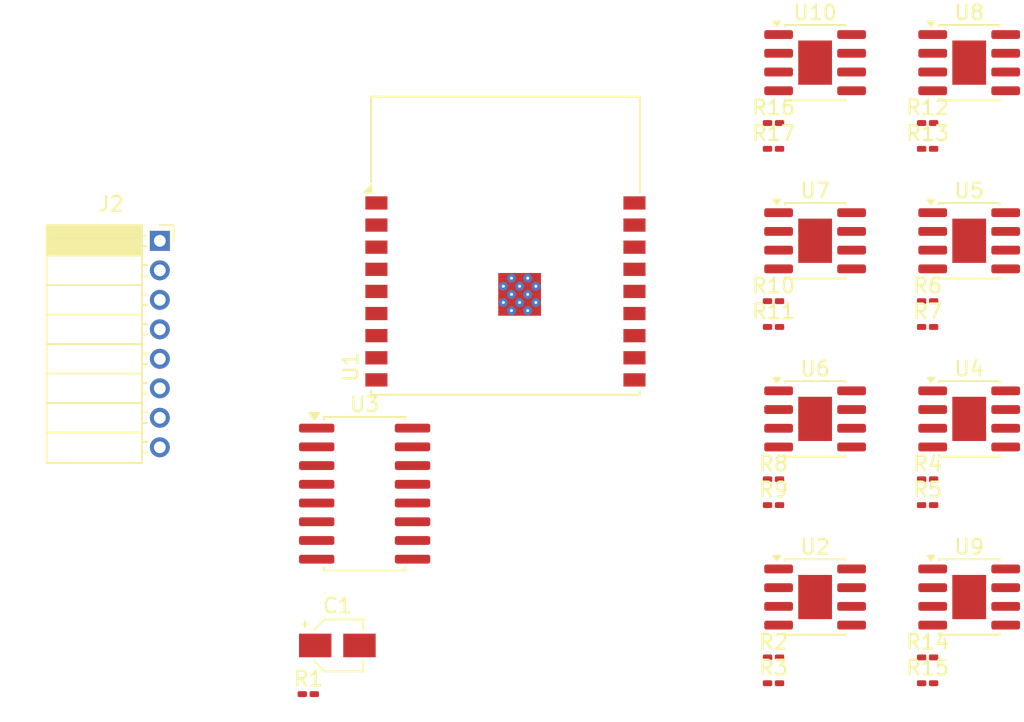
<source format=kicad_pcb>
(kicad_pcb (version 20241229) (generator "pcbnew") (generator_version "9.0")
  (layers (0 "F.Cu" signal) (2 "B.Cu" signal) (13 "F.Paste" user) (15 "B.Paste" user) (5 "F.SilkS" user "F.Silkscreen") (7 "B.SilkS" user "B.Silkscreen") (1 "F.Mask" user) (3 "B.Mask" user) (25 "Edge.Cuts" user))
  (net 0 "")
  (net 1 "GND")
  (net 2 "/Filter/Vout")
  (net 3 "/Filter/Vin")
  (net 4 "Net-(U2--)")
  (net 5 "/8xAmplifier/Vout2")
  (net 6 "Net-(U4--)")
  (net 7 "/8xAmplifier/Vout3")
  (net 8 "Net-(U5--)")
  (net 9 "/8xAmplifier/Vout4")
  (net 10 "Net-(U6--)")
  (net 11 "/8xAmplifier/Vout1")
  (net 12 "Net-(U7--)")
  (net 13 "/8xAmplifier/Vout6")
  (net 14 "Net-(U8--)")
  (net 15 "/8xAmplifier/Vout7")
  (net 16 "Net-(U9--)")
  (net 17 "/8xAmplifier/Vout8")
  (net 18 "Net-(U10--)")
  (net 19 "/8xAmplifier/Vout5")
  (net 25 "Net-(U1-IO0)")
  (net 26 "Net-(U1-IO1)")
  (net 29 "Net-(U1-IO2)")
  (net 32 "/8xAmplifier/V+")
  (net 36 "/8xAmplifier/Vin2")
  (net 39 "/8xAmplifier/Vin3")
  (net 40 "/8xAmplifier/Vin4")
  (net 41 "/8xAmplifier/Vin1")
  (net 42 "/8xAmplifier/Vin6")
  (net 43 "/8xAmplifier/Vin7")
  (net 44 "/8xAmplifier/Vin8")
  (net 45 "/8xAmplifier/Vin5")
  (footprint "Resistor_SMD:R_0201_0603Metric_Pad0.64x0.40mm_HandSolder" (layer "F.Cu") (at 175.5675 104.25)
    (property "Reference" "R14" (at 0 -1.05 0) (layer "F.SilkS"))
    (property "Value" "R")
    (pad "1" smd roundrect (at -0.4075 0) (size 0.635 0.4) (layers "F.Cu" "F.Mask") (net 1 "GND"))
    (pad "2" smd roundrect (at 0.4075 0) (size 0.635 0.4) (layers "F.Cu" "F.Mask") (net 16 "Net-(U9--)"))
  )
  (footprint "Resistor_SMD:R_0201_0603Metric_Pad0.64x0.40mm_HandSolder" (layer "F.Cu") (at 175.5675 69.76)
    (property "Reference" "R13" (at 0 -1.05 0) (layer "F.SilkS"))
    (property "Value" "R")
    (pad "1" smd roundrect (at -0.4075 0) (size 0.635 0.4) (layers "F.Cu" "F.Mask") (net 14 "Net-(U8--)"))
    (pad "2" smd roundrect (at 0.4075 0) (size 0.635 0.4) (layers "F.Cu" "F.Mask") (net 15 "/8xAmplifier/Vout7"))
  )
  (footprint "Package_SO:SOIC-8-1EP_3.9x4.9mm_P1.27mm_EP2.29x3mm" (layer "F.Cu") (at 167.9375 88.075)
    (property "Reference" "U6" (at 0 -3.4 0) (layer "F.SilkS"))
    (property "Value" "~")
    (fp_line (start -2.06 -2.56) (end 2.06 -2.56) (stroke (width 0.12)) (layer "F.SilkS"))
    (fp_line (start -2.06 -2.465) (end -2.06 -2.56) (stroke (width 0.12)) (layer "F.SilkS"))
    (fp_line (start -2.06 2.56) (end -2.06 2.465) (stroke (width 0.12)) (layer "F.SilkS"))
    (fp_line (start 2.06 -2.56) (end 2.06 -2.465) (stroke (width 0.12)) (layer "F.SilkS"))
    (fp_line (start 2.06 2.465) (end 2.06 2.56) (stroke (width 0.12)) (layer "F.SilkS"))
    (fp_line (start 2.06 2.56) (end -2.06 2.56) (stroke (width 0.12)) (layer "F.SilkS"))
    (fp_poly (pts (xy -2.6 -2.47) (xy -2.84 -2.8) (xy -2.36 -2.8)) (stroke (width 0.12)) (fill yes) (layer "F.SilkS"))
    (pad "1" smd roundrect (at -2.475 -1.905) (size 1.95 0.6) (layers "F.Cu" "F.Mask" "F.Paste") (net 41 "/8xAmplifier/Vin1"))
    (pad "2" smd roundrect (at -2.475 -0.635) (size 1.95 0.6) (layers "F.Cu" "F.Mask" "F.Paste") (net 10 "Net-(U6--)"))
    (pad "3" smd roundrect (at -2.475 0.635) (size 1.95 0.6) (layers "F.Cu" "F.Mask" "F.Paste") (net 32 "/8xAmplifier/V+"))
    (pad "4" smd roundrect (at -2.475 1.905) (size 1.95 0.6) (layers "F.Cu" "F.Mask" "F.Paste") (net 1 "GND"))
    (pad "5" smd roundrect (at 2.475 1.905) (size 1.95 0.6) (layers "F.Cu" "F.Mask" "F.Paste") (net 11 "/8xAmplifier/Vout1"))
    (pad "6" smd roundrect (at 2.475 0.635) (size 1.95 0.6) (layers "F.Cu" "F.Mask" "F.Paste"))
    (pad "7" smd roundrect (at 2.475 -0.635) (size 1.95 0.6) (layers "F.Cu" "F.Mask" "F.Paste"))
    (pad "8" smd roundrect (at 2.475 -1.905) (size 1.95 0.6) (layers "F.Cu" "F.Mask" "F.Paste"))
    (pad "9" smd rect (at 0 0) (size 2.29 3) (property pad_prop_heatsink) (layers "F.Cu" "F.Mask"))
  )
  (footprint "Resistor_SMD:R_0201_0603Metric_Pad0.64x0.40mm_HandSolder" (layer "F.Cu") (at 165.1175 104.25)
    (property "Reference" "R2" (at 0 -1.05 0) (layer "F.SilkS"))
    (property "Value" "R")
    (pad "1" smd roundrect (at -0.4075 0) (size 0.635 0.4) (layers "F.Cu" "F.Mask") (net 1 "GND"))
    (pad "2" smd roundrect (at 0.4075 0) (size 0.635 0.4) (layers "F.Cu" "F.Mask") (net 4 "Net-(U2--)"))
  )
  (footprint "Package_SO:SOIC-8-1EP_3.9x4.9mm_P1.27mm_EP2.29x3mm" (layer "F.Cu") (at 167.9375 100.155)
    (property "Reference" "U2" (at 0 -3.4 0) (layer "F.SilkS"))
    (property "Value" "~")
    (fp_line (start -2.06 -2.56) (end 2.06 -2.56) (stroke (width 0.12)) (layer "F.SilkS"))
    (fp_line (start -2.06 -2.465) (end -2.06 -2.56) (stroke (width 0.12)) (layer "F.SilkS"))
    (fp_line (start -2.06 2.56) (end -2.06 2.465) (stroke (width 0.12)) (layer "F.SilkS"))
    (fp_line (start 2.06 -2.56) (end 2.06 -2.465) (stroke (width 0.12)) (layer "F.SilkS"))
    (fp_line (start 2.06 2.465) (end 2.06 2.56) (stroke (width 0.12)) (layer "F.SilkS"))
    (fp_line (start 2.06 2.56) (end -2.06 2.56) (stroke (width 0.12)) (layer "F.SilkS"))
    (fp_poly (pts (xy -2.6 -2.47) (xy -2.84 -2.8) (xy -2.36 -2.8)) (stroke (width 0.12)) (fill yes) (layer "F.SilkS"))
    (pad "1" smd roundrect (at -2.475 -1.905) (size 1.95 0.6) (layers "F.Cu" "F.Mask" "F.Paste") (net 36 "/8xAmplifier/Vin2"))
    (pad "2" smd roundrect (at -2.475 -0.635) (size 1.95 0.6) (layers "F.Cu" "F.Mask" "F.Paste") (net 4 "Net-(U2--)"))
    (pad "3" smd roundrect (at -2.475 0.635) (size 1.95 0.6) (layers "F.Cu" "F.Mask" "F.Paste") (net 32 "/8xAmplifier/V+"))
    (pad "4" smd roundrect (at -2.475 1.905) (size 1.95 0.6) (layers "F.Cu" "F.Mask" "F.Paste") (net 1 "GND"))
    (pad "5" smd roundrect (at 2.475 1.905) (size 1.95 0.6) (layers "F.Cu" "F.Mask" "F.Paste") (net 5 "/8xAmplifier/Vout2"))
    (pad "6" smd roundrect (at 2.475 0.635) (size 1.95 0.6) (layers "F.Cu" "F.Mask" "F.Paste"))
    (pad "7" smd roundrect (at 2.475 -0.635) (size 1.95 0.6) (layers "F.Cu" "F.Mask" "F.Paste"))
    (pad "8" smd roundrect (at 2.475 -1.905) (size 1.95 0.6) (layers "F.Cu" "F.Mask" "F.Paste"))
    (pad "9" smd rect (at 0 0) (size 2.29 3) (property pad_prop_heatsink) (layers "F.Cu" "F.Mask"))
  )
  (footprint "Resistor_SMD:R_0201_0603Metric_Pad0.64x0.40mm_HandSolder" (layer "F.Cu") (at 165.1175 106)
    (property "Reference" "R3" (at 0 -1.05 0) (layer "F.SilkS"))
    (property "Value" "R")
    (pad "1" smd roundrect (at -0.4075 0) (size 0.635 0.4) (layers "F.Cu" "F.Mask") (net 4 "Net-(U2--)"))
    (pad "2" smd roundrect (at 0.4075 0) (size 0.635 0.4) (layers "F.Cu" "F.Mask") (net 5 "/8xAmplifier/Vout2"))
  )
  (footprint "Package_SO:SOIC-8-1EP_3.9x4.9mm_P1.27mm_EP2.29x3mm" (layer "F.Cu") (at 167.9375 75.995)
    (property "Reference" "U7" (at 0 -3.4 0) (layer "F.SilkS"))
    (property "Value" "~")
    (fp_line (start -2.06 -2.56) (end 2.06 -2.56) (stroke (width 0.12)) (layer "F.SilkS"))
    (fp_line (start -2.06 -2.465) (end -2.06 -2.56) (stroke (width 0.12)) (layer "F.SilkS"))
    (fp_line (start -2.06 2.56) (end -2.06 2.465) (stroke (width 0.12)) (layer "F.SilkS"))
    (fp_line (start 2.06 -2.56) (end 2.06 -2.465) (stroke (width 0.12)) (layer "F.SilkS"))
    (fp_line (start 2.06 2.465) (end 2.06 2.56) (stroke (width 0.12)) (layer "F.SilkS"))
    (fp_line (start 2.06 2.56) (end -2.06 2.56) (stroke (width 0.12)) (layer "F.SilkS"))
    (fp_poly (pts (xy -2.6 -2.47) (xy -2.84 -2.8) (xy -2.36 -2.8)) (stroke (width 0.12)) (fill yes) (layer "F.SilkS"))
    (pad "1" smd roundrect (at -2.475 -1.905) (size 1.95 0.6) (layers "F.Cu" "F.Mask" "F.Paste") (net 42 "/8xAmplifier/Vin6"))
    (pad "2" smd roundrect (at -2.475 -0.635) (size 1.95 0.6) (layers "F.Cu" "F.Mask" "F.Paste") (net 12 "Net-(U7--)"))
    (pad "3" smd roundrect (at -2.475 0.635) (size 1.95 0.6) (layers "F.Cu" "F.Mask" "F.Paste") (net 32 "/8xAmplifier/V+"))
    (pad "4" smd roundrect (at -2.475 1.905) (size 1.95 0.6) (layers "F.Cu" "F.Mask" "F.Paste") (net 1 "GND"))
    (pad "5" smd roundrect (at 2.475 1.905) (size 1.95 0.6) (layers "F.Cu" "F.Mask" "F.Paste") (net 13 "/8xAmplifier/Vout6"))
    (pad "6" smd roundrect (at 2.475 0.635) (size 1.95 0.6) (layers "F.Cu" "F.Mask" "F.Paste"))
    (pad "7" smd roundrect (at 2.475 -0.635) (size 1.95 0.6) (layers "F.Cu" "F.Mask" "F.Paste"))
    (pad "8" smd roundrect (at 2.475 -1.905) (size 1.95 0.6) (layers "F.Cu" "F.Mask" "F.Paste"))
    (pad "9" smd rect (at 0 0) (size 2.29 3) (property pad_prop_heatsink) (layers "F.Cu" "F.Mask"))
  )
  (footprint "Resistor_SMD:R_0201_0603Metric_Pad0.64x0.40mm_HandSolder" (layer "F.Cu") (at 165.1175 80.09)
    (property "Reference" "R10" (at 0 -1.05 0) (layer "F.SilkS"))
    (property "Value" "R")
    (pad "1" smd roundrect (at -0.4075 0) (size 0.635 0.4) (layers "F.Cu" "F.Mask") (net 1 "GND"))
    (pad "2" smd roundrect (at 0.4075 0) (size 0.635 0.4) (layers "F.Cu" "F.Mask") (net 12 "Net-(U7--)"))
  )
  (footprint "Resistor_SMD:R_0201_0603Metric_Pad0.64x0.40mm_HandSolder" (layer "F.Cu") (at 175.5675 106)
    (property "Reference" "R15" (at 0 -1.05 0) (layer "F.SilkS"))
    (property "Value" "R")
    (pad "1" smd roundrect (at -0.4075 0) (size 0.635 0.4) (layers "F.Cu" "F.Mask") (net 16 "Net-(U9--)"))
    (pad "2" smd roundrect (at 0.4075 0) (size 0.635 0.4) (layers "F.Cu" "F.Mask") (net 17 "/8xAmplifier/Vout8"))
  )
  (footprint "Connector_PinSocket_2.00mm:PinSocket_1x08_P2.00mm_Horizontal" (layer "F.Cu") (at 123.5 76)
    (property "Reference" "J2" (at -3.31 -2.5 0) (layer "F.SilkS"))
    (property "Value" "Conn_01x08_Socket")
    (fp_line (start -7.68 -1.06) (end -7.68 15.06) (stroke (width 0.12)) (layer "F.SilkS"))
    (fp_line (start -7.68 -1.06) (end -1.21 -1.06) (stroke (width 0.12)) (layer "F.SilkS"))
    (fp_line (start -7.68 -0.94) (end -1.21 -0.94) (stroke (width 0.12)) (layer "F.SilkS"))
    (fp_line (start -7.68 -0.825882) (end -1.21 -0.825882) (stroke (width 0.12)) (layer "F.SilkS"))
    (fp_line (start -7.68 -0.711764) (end -1.21 -0.711764) (stroke (width 0.12)) (layer "F.SilkS"))
    (fp_line (start -7.68 -0.597646) (end -1.21 -0.597646) (stroke (width 0.12)) (layer "F.SilkS"))
    (fp_line (start -7.68 -0.483528) (end -1.21 -0.483528) (stroke (width 0.12)) (layer "F.SilkS"))
    (fp_line (start -7.68 -0.36941) (end -1.21 -0.36941) (stroke (width 0.12)) (layer "F.SilkS"))
    (fp_line (start -7.68 -0.255292) (end -1.21 -0.255292) (stroke (width 0.12)) (layer "F.SilkS"))
    (fp_line (start -7.68 -0.141174) (end -1.21 -0.141174) (stroke (width 0.12)) (layer "F.SilkS"))
    (fp_line (start -7.68 -0.027056) (end -1.21 -0.027056) (stroke (width 0.12)) (layer "F.SilkS"))
    (fp_line (start -7.68 0.087062) (end -1.21 0.087062) (stroke (width 0.12)) (layer "F.SilkS"))
    (fp_line (start -7.68 0.20118) (end -1.21 0.20118) (stroke (width 0.12)) (layer "F.SilkS"))
    (fp_line (start -7.68 0.315298) (end -1.21 0.315298) (stroke (width 0.12)) (layer "F.SilkS"))
    (fp_line (start -7.68 0.429416) (end -1.21 0.429416) (stroke (width 0.12)) (layer "F.SilkS"))
    (fp_line (start -7.68 0.543534) (end -1.21 0.543534) (stroke (width 0.12)) (layer "F.SilkS"))
    (fp_line (start -7.68 0.657652) (end -1.21 0.657652) (stroke (width 0.12)) (layer "F.SilkS"))
    (fp_line (start -7.68 0.77177) (end -1.21 0.77177) (stroke (width 0.12)) (layer "F.SilkS"))
    (fp_line (start -7.68 0.885888) (end -1.21 0.885888) (stroke (width 0.12)) (layer "F.SilkS"))
    (fp_line (start -7.68 1) (end -1.21 1) (stroke (width 0.12)) (layer "F.SilkS"))
    (fp_line (start -7.68 3) (end -1.21 3) (stroke (width 0.12)) (layer "F.SilkS"))
    (fp_line (start -7.68 5) (end -1.21 5) (stroke (width 0.12)) (layer "F.SilkS"))
    (fp_line (start -7.68 7) (end -1.21 7) (stroke (width 0.12)) (layer "F.SilkS"))
    (fp_line (start -7.68 9) (end -1.21 9) (stroke (width 0.12)) (layer "F.SilkS"))
    (fp_line (start -7.68 11) (end -1.21 11) (stroke (width 0.12)) (layer "F.SilkS"))
    (fp_line (start -7.68 13) (end -1.21 13) (stroke (width 0.12)) (layer "F.SilkS"))
    (fp_line (start -7.68 15.06) (end -1.21 15.06) (stroke (width 0.12)) (layer "F.SilkS"))
    (fp_line (start -1.21 -1.06) (end -1.21 15.06) (stroke (width 0.12)) (layer "F.SilkS"))
    (fp_line (start -1.21 -0.36) (end -0.935 -0.36) (stroke (width 0.12)) (layer "F.SilkS"))
    (fp_line (start -1.21 0.36) (end -0.935 0.36) (stroke (width 0.12)) (layer "F.SilkS"))
    (fp_line (start -1.21 1.64) (end -0.862917 1.64) (stroke (width 0.12)) (layer "F.SilkS"))
    (fp_line (start -1.21 2.36) (end -0.862917 2.36) (stroke (width 0.12)) (layer "F.SilkS"))
    (fp_line (start -1.21 3.64) (end -0.862917 3.64) (stroke (width 0.12)) (layer "F.SilkS"))
    (fp_line (start -1.21 4.36) (end -0.862917 4.36) (stroke (width 0.12)) (layer "F.SilkS"))
    (fp_line (start -1.21 5.64) (end -0.862917 5.64) (stroke (width 0.12)) (layer "F.SilkS"))
    (fp_line (start -1.21 6.36) (end -0.862917 6.36) (stroke (width 0.12)) (layer "F.SilkS"))
    (fp_line (start -1.21 7.64) (end -0.862917 7.64) (stroke (width 0.12)) (layer "F.SilkS"))
    (fp_line (start -1.21 8.36) (end -0.862917 8.36) (stroke (width 0.12)) (layer "F.SilkS"))
    (fp_line (start -1.21 9.64) (end -0.862917 9.64) (stroke (width 0.12)) (layer "F.SilkS"))
    (fp_line (start -1.21 10.36) (end -0.862917 10.36) (stroke (width 0.12)) (layer "F.SilkS"))
    (fp_line (start -1.21 11.64) (end -0.862917 11.64) (stroke (width 0.12)) (layer "F.SilkS"))
    (fp_line (start -1.21 12.36) (end -0.862917 12.36) (stroke (width 0.12)) (layer "F.SilkS"))
    (fp_line (start -1.21 13.64) (end -0.862917 13.64) (stroke (width 0.12)) (layer "F.SilkS"))
    (fp_line (start -1.21 14.36) (end -0.862917 14.36) (stroke (width 0.12)) (layer "F.SilkS"))
    (fp_line (start 0 -1.06) (end 0.935 -1.06) (stroke (width 0.12)) (layer "F.SilkS"))
    (fp_line (start 0.935 -1.06) (end 0.935 0) (stroke (width 0.12)) (layer "F.SilkS"))
    (pad "1" thru_hole rect (at 0 0) (size 1.35 1.35) (drill 0.8) (layers "*.Cu" "*.Mask") (net 41 "/8xAmplifier/Vin1"))
    (pad "2" thru_hole circle (at 0 2) (size 1.35 1.35) (drill 0.8) (layers "*.Cu" "*.Mask") (net 36 "/8xAmplifier/Vin2"))
    (pad "3" thru_hole circle (at 0 4) (size 1.35 1.35) (drill 0.8) (layers "*.Cu" "*.Mask") (net 39 "/8xAmplifier/Vin3"))
    (pad "4" thru_hole circle (at 0 6) (size 1.35 1.35) (drill 0.8) (layers "*.Cu" "*.Mask") (net 40 "/8xAmplifier/Vin4"))
    (pad "5" thru_hole circle (at 0 8) (size 1.35 1.35) (drill 0.8) (layers "*.Cu" "*.Mask") (net 45 "/8xAmplifier/Vin5"))
    (pad "6" thru_hole circle (at 0 10) (size 1.35 1.35) (drill 0.8) (layers "*.Cu" "*.Mask") (net 42 "/8xAmplifier/Vin6"))
    (pad "7" thru_hole circle (at 0 12) (size 1.35 1.35) (drill 0.8) (layers "*.Cu" "*.Mask") (net 43 "/8xAmplifier/Vin7"))
    (pad "8" thru_hole circle (at 0 14) (size 1.35 1.35) (drill 0.8) (layers "*.Cu" "*.Mask") (net 44 "/8xAmplifier/Vin8"))
  )
  (footprint "Resistor_SMD:R_0201_0603Metric_Pad0.64x0.40mm_HandSolder" (layer "F.Cu") (at 175.5675 93.92)
    (property "Reference" "R5" (at 0 -1.05 0) (layer "F.SilkS"))
    (property "Value" "R")
    (pad "1" smd roundrect (at -0.4075 0) (size 0.635 0.4) (layers "F.Cu" "F.Mask") (net 6 "Net-(U4--)"))
    (pad "2" smd roundrect (at 0.4075 0) (size 0.635 0.4) (layers "F.Cu" "F.Mask") (net 7 "/8xAmplifier/Vout3"))
  )
  (footprint "Resistor_SMD:R_0201_0603Metric_Pad0.64x0.40mm_HandSolder" (layer "F.Cu") (at 165.1175 69.76)
    (property "Reference" "R17" (at 0 -1.05 0) (layer "F.SilkS"))
    (property "Value" "R")
    (pad "1" smd roundrect (at -0.4075 0) (size 0.635 0.4) (layers "F.Cu" "F.Mask") (net 18 "Net-(U10--)"))
    (pad "2" smd roundrect (at 0.4075 0) (size 0.635 0.4) (layers "F.Cu" "F.Mask") (net 19 "/8xAmplifier/Vout5"))
  )
  (footprint "Resistor_SMD:R_0201_0603Metric_Pad0.64x0.40mm_HandSolder" (layer "F.Cu") (at 165.1175 68.01)
    (property "Reference" "R16" (at 0 -1.05 0) (layer "F.SilkS"))
    (property "Value" "R")
    (pad "1" smd roundrect (at -0.4075 0) (size 0.635 0.4) (layers "F.Cu" "F.Mask") (net 1 "GND"))
    (pad "2" smd roundrect (at 0.4075 0) (size 0.635 0.4) (layers "F.Cu" "F.Mask") (net 18 "Net-(U10--)"))
  )
  (footprint "Resistor_SMD:R_0201_0603Metric_Pad0.64x0.40mm_HandSolder" (layer "F.Cu") (at 165.1175 92.17)
    (property "Reference" "R8" (at 0 -1.05 0) (layer "F.SilkS"))
    (property "Value" "R")
    (pad "1" smd roundrect (at -0.4075 0) (size 0.635 0.4) (layers "F.Cu" "F.Mask") (net 1 "GND"))
    (pad "2" smd roundrect (at 0.4075 0) (size 0.635 0.4) (layers "F.Cu" "F.Mask") (net 10 "Net-(U6--)"))
  )
  (footprint "Package_SO:SOIC-16W_5.3x10.2mm_P1.27mm" (layer "F.Cu") (at 137.3875 93.145)
    (property "Reference" "U3" (at 0 -6.05 0) (layer "F.SilkS"))
    (property "Value" "74LS151")
    (fp_line (start -2.76 -5.21) (end 2.76 -5.21) (stroke (width 0.12)) (layer "F.SilkS"))
    (fp_line (start -2.76 -5.005) (end -2.76 -5.21) (stroke (width 0.12)) (layer "F.SilkS"))
    (fp_line (start -2.76 5.21) (end -2.76 5.005) (stroke (width 0.12)) (layer "F.SilkS"))
    (fp_line (start 2.76 -5.21) (end 2.76 -5.005) (stroke (width 0.12)) (layer "F.SilkS"))
    (fp_line (start 2.76 5.005) (end 2.76 5.21) (stroke (width 0.12)) (layer "F.SilkS"))
    (fp_line (start 2.76 5.21) (end -2.76 5.21) (stroke (width 0.12)) (layer "F.SilkS"))
    (fp_poly (pts (xy -3.4 -5.01) (xy -3.74 -5.48) (xy -3.06 -5.48)) (stroke (width 0.12)) (fill yes) (layer "F.SilkS"))
    (pad "1" smd roundrect (at -3.25 -4.445) (size 2.4 0.6) (layers "F.Cu" "F.Mask" "F.Paste") (net 9 "/8xAmplifier/Vout4"))
    (pad "2" smd roundrect (at -3.25 -3.175) (size 2.4 0.6) (layers "F.Cu" "F.Mask" "F.Paste") (net 7 "/8xAmplifier/Vout3"))
    (pad "3" smd roundrect (at -3.25 -1.905) (size 2.4 0.6) (layers "F.Cu" "F.Mask" "F.Paste") (net 5 "/8xAmplifier/Vout2"))
    (pad "4" smd roundrect (at -3.25 -0.635) (size 2.4 0.6) (layers "F.Cu" "F.Mask" "F.Paste") (net 11 "/8xAmplifier/Vout1"))
    (pad "5" smd roundrect (at -3.25 0.635) (size 2.4 0.6) (layers "F.Cu" "F.Mask" "F.Paste") (net 3 "/Filter/Vin"))
    (pad "6" smd roundrect (at -3.25 1.905) (size 2.4 0.6) (layers "F.Cu" "F.Mask" "F.Paste"))
    (pad "7" smd roundrect (at -3.25 3.175) (size 2.4 0.6) (layers "F.Cu" "F.Mask" "F.Paste"))
    (pad "8" smd roundrect (at -3.25 4.445) (size 2.4 0.6) (layers "F.Cu" "F.Mask" "F.Paste") (net 1 "GND"))
    (pad "9" smd roundrect (at 3.25 4.445) (size 2.4 0.6) (layers "F.Cu" "F.Mask" "F.Paste") (net 29 "Net-(U1-IO2)"))
    (pad "10" smd roundrect (at 3.25 3.175) (size 2.4 0.6) (layers "F.Cu" "F.Mask" "F.Paste") (net 26 "Net-(U1-IO1)"))
    (pad "11" smd roundrect (at 3.25 1.905) (size 2.4 0.6) (layers "F.Cu" "F.Mask" "F.Paste") (net 25 "Net-(U1-IO0)"))
    (pad "12" smd roundrect (at 3.25 0.635) (size 2.4 0.6) (layers "F.Cu" "F.Mask" "F.Paste") (net 17 "/8xAmplifier/Vout8"))
    (pad "13" smd roundrect (at 3.25 -0.635) (size 2.4 0.6) (layers "F.Cu" "F.Mask" "F.Paste") (net 15 "/8xAmplifier/Vout7"))
    (pad "14" smd roundrect (at 3.25 -1.905) (size 2.4 0.6) (layers "F.Cu" "F.Mask" "F.Paste") (net 13 "/8xAmplifier/Vout6"))
    (pad "15" smd roundrect (at 3.25 -3.175) (size 2.4 0.6) (layers "F.Cu" "F.Mask" "F.Paste") (net 19 "/8xAmplifier/Vout5"))
    (pad "16" smd roundrect (at 3.25 -4.445) (size 2.4 0.6) (layers "F.Cu" "F.Mask" "F.Paste") (net 32 "/8xAmplifier/V+"))
  )
  (footprint "Package_SO:SOIC-8-1EP_3.9x4.9mm_P1.27mm_EP2.29x3mm" (layer "F.Cu") (at 178.3875 88.075)
    (property "Reference" "U4" (at 0 -3.4 0) (layer "F.SilkS"))
    (property "Value" "~")
    (fp_line (start -2.06 -2.56) (end 2.06 -2.56) (stroke (width 0.12)) (layer "F.SilkS"))
    (fp_line (start -2.06 -2.465) (end -2.06 -2.56) (stroke (width 0.12)) (layer "F.SilkS"))
    (fp_line (start -2.06 2.56) (end -2.06 2.465) (stroke (width 0.12)) (layer "F.SilkS"))
    (fp_line (start 2.06 -2.56) (end 2.06 -2.465) (stroke (width 0.12)) (layer "F.SilkS"))
    (fp_line (start 2.06 2.465) (end 2.06 2.56) (stroke (width 0.12)) (layer "F.SilkS"))
    (fp_line (start 2.06 2.56) (end -2.06 2.56) (stroke (width 0.12)) (layer "F.SilkS"))
    (fp_poly (pts (xy -2.6 -2.47) (xy -2.84 -2.8) (xy -2.36 -2.8)) (stroke (width 0.12)) (fill yes) (layer "F.SilkS"))
    (pad "1" smd roundrect (at -2.475 -1.905) (size 1.95 0.6) (layers "F.Cu" "F.Mask" "F.Paste") (net 39 "/8xAmplifier/Vin3"))
    (pad "2" smd roundrect (at -2.475 -0.635) (size 1.95 0.6) (layers "F.Cu" "F.Mask" "F.Paste") (net 6 "Net-(U4--)"))
    (pad "3" smd roundrect (at -2.475 0.635) (size 1.95 0.6) (layers "F.Cu" "F.Mask" "F.Paste") (net 32 "/8xAmplifier/V+"))
    (pad "4" smd roundrect (at -2.475 1.905) (size 1.95 0.6) (layers "F.Cu" "F.Mask" "F.Paste") (net 1 "GND"))
    (pad "5" smd roundrect (at 2.475 1.905) (size 1.95 0.6) (layers "F.Cu" "F.Mask" "F.Paste") (net 7 "/8xAmplifier/Vout3"))
    (pad "6" smd roundrect (at 2.475 0.635) (size 1.95 0.6) (layers "F.Cu" "F.Mask" "F.Paste"))
    (pad "7" smd roundrect (at 2.475 -0.635) (size 1.95 0.6) (layers "F.Cu" "F.Mask" "F.Paste"))
    (pad "8" smd roundrect (at 2.475 -1.905) (size 1.95 0.6) (layers "F.Cu" "F.Mask" "F.Paste"))
    (pad "9" smd rect (at 0 0) (size 2.29 3) (property pad_prop_heatsink) (layers "F.Cu" "F.Mask"))
  )
  (footprint "Package_SO:SOIC-8-1EP_3.9x4.9mm_P1.27mm_EP2.29x3mm" (layer "F.Cu") (at 167.9375 63.915)
    (property "Reference" "U10" (at 0 -3.4 0) (layer "F.SilkS"))
    (property "Value" "~")
    (fp_line (start -2.06 -2.56) (end 2.06 -2.56) (stroke (width 0.12)) (layer "F.SilkS"))
    (fp_line (start -2.06 -2.465) (end -2.06 -2.56) (stroke (width 0.12)) (layer "F.SilkS"))
    (fp_line (start -2.06 2.56) (end -2.06 2.465) (stroke (width 0.12)) (layer "F.SilkS"))
    (fp_line (start 2.06 -2.56) (end 2.06 -2.465) (stroke (width 0.12)) (layer "F.SilkS"))
    (fp_line (start 2.06 2.465) (end 2.06 2.56) (stroke (width 0.12)) (layer "F.SilkS"))
    (fp_line (start 2.06 2.56) (end -2.06 2.56) (stroke (width 0.12)) (layer "F.SilkS"))
    (fp_poly (pts (xy -2.6 -2.47) (xy -2.84 -2.8) (xy -2.36 -2.8)) (stroke (width 0.12)) (fill yes) (layer "F.SilkS"))
    (pad "1" smd roundrect (at -2.475 -1.905) (size 1.95 0.6) (layers "F.Cu" "F.Mask" "F.Paste") (net 45 "/8xAmplifier/Vin5"))
    (pad "2" smd roundrect (at -2.475 -0.635) (size 1.95 0.6) (layers "F.Cu" "F.Mask" "F.Paste") (net 18 "Net-(U10--)"))
    (pad "3" smd roundrect (at -2.475 0.635) (size 1.95 0.6) (layers "F.Cu" "F.Mask" "F.Paste") (net 32 "/8xAmplifier/V+"))
    (pad "4" smd roundrect (at -2.475 1.905) (size 1.95 0.6) (layers "F.Cu" "F.Mask" "F.Paste") (net 1 "GND"))
    (pad "5" smd roundrect (at 2.475 1.905) (size 1.95 0.6) (layers "F.Cu" "F.Mask" "F.Paste") (net 19 "/8xAmplifier/Vout5"))
    (pad "6" smd roundrect (at 2.475 0.635) (size 1.95 0.6) (layers "F.Cu" "F.Mask" "F.Paste"))
    (pad "7" smd roundrect (at 2.475 -0.635) (size 1.95 0.6) (layers "F.Cu" "F.Mask" "F.Paste"))
    (pad "8" smd roundrect (at 2.475 -1.905) (size 1.95 0.6) (layers "F.Cu" "F.Mask" "F.Paste"))
    (pad "9" smd rect (at 0 0) (size 2.29 3) (property pad_prop_heatsink) (layers "F.Cu" "F.Mask"))
  )
  (footprint "Resistor_SMD:R_0201_0603Metric_Pad0.64x0.40mm_HandSolder" (layer "F.Cu") (at 175.5675 68.01)
    (property "Reference" "R12" (at 0 -1.05 0) (layer "F.SilkS"))
    (property "Value" "R")
    (pad "1" smd roundrect (at -0.4075 0) (size 0.635 0.4) (layers "F.Cu" "F.Mask") (net 1 "GND"))
    (pad "2" smd roundrect (at 0.4075 0) (size 0.635 0.4) (layers "F.Cu" "F.Mask") (net 14 "Net-(U8--)"))
  )
  (footprint "Package_SO:SOIC-8-1EP_3.9x4.9mm_P1.27mm_EP2.29x3mm" (layer "F.Cu") (at 178.3875 63.915)
    (property "Reference" "U8" (at 0 -3.4 0) (layer "F.SilkS"))
    (property "Value" "~")
    (fp_line (start -2.06 -2.56) (end 2.06 -2.56) (stroke (width 0.12)) (layer "F.SilkS"))
    (fp_line (start -2.06 -2.465) (end -2.06 -2.56) (stroke (width 0.12)) (layer "F.SilkS"))
    (fp_line (start -2.06 2.56) (end -2.06 2.465) (stroke (width 0.12)) (layer "F.SilkS"))
    (fp_line (start 2.06 -2.56) (end 2.06 -2.465) (stroke (width 0.12)) (layer "F.SilkS"))
    (fp_line (start 2.06 2.465) (end 2.06 2.56) (stroke (width 0.12)) (layer "F.SilkS"))
    (fp_line (start 2.06 2.56) (end -2.06 2.56) (stroke (width 0.12)) (layer "F.SilkS"))
    (fp_poly (pts (xy -2.6 -2.47) (xy -2.84 -2.8) (xy -2.36 -2.8)) (stroke (width 0.12)) (fill yes) (layer "F.SilkS"))
    (pad "1" smd roundrect (at -2.475 -1.905) (size 1.95 0.6) (layers "F.Cu" "F.Mask" "F.Paste") (net 43 "/8xAmplifier/Vin7"))
    (pad "2" smd roundrect (at -2.475 -0.635) (size 1.95 0.6) (layers "F.Cu" "F.Mask" "F.Paste") (net 14 "Net-(U8--)"))
    (pad "3" smd roundrect (at -2.475 0.635) (size 1.95 0.6) (layers "F.Cu" "F.Mask" "F.Paste") (net 32 "/8xAmplifier/V+"))
    (pad "4" smd roundrect (at -2.475 1.905) (size 1.95 0.6) (layers "F.Cu" "F.Mask" "F.Paste") (net 1 "GND"))
    (pad "5" smd roundrect (at 2.475 1.905) (size 1.95 0.6) (layers "F.Cu" "F.Mask" "F.Paste") (net 15 "/8xAmplifier/Vout7"))
    (pad "6" smd roundrect (at 2.475 0.635) (size 1.95 0.6) (layers "F.Cu" "F.Mask" "F.Paste"))
    (pad "7" smd roundrect (at 2.475 -0.635) (size 1.95 0.6) (layers "F.Cu" "F.Mask" "F.Paste"))
    (pad "8" smd roundrect (at 2.475 -1.905) (size 1.95 0.6) (layers "F.Cu" "F.Mask" "F.Paste"))
    (pad "9" smd rect (at 0 0) (size 2.29 3) (property pad_prop_heatsink) (layers "F.Cu" "F.Mask"))
  )
  (footprint "Resistor_SMD:R_0201_0603Metric_Pad0.64x0.40mm_HandSolder" (layer "F.Cu") (at 133.5675 106.74)
    (property "Reference" "R1" (at 0 -1.05 0) (layer "F.SilkS"))
    (property "Value" "R")
    (pad "1" smd roundrect (at -0.4075 0) (size 0.635 0.4) (layers "F.Cu" "F.Mask") (net 3 "/Filter/Vin"))
    (pad "2" smd roundrect (at 0.4075 0) (size 0.635 0.4) (layers "F.Cu" "F.Mask") (net 2 "/Filter/Vout"))
  )
  (footprint "Resistor_SMD:R_0201_0603Metric_Pad0.64x0.40mm_HandSolder" (layer "F.Cu") (at 165.1175 81.84)
    (property "Reference" "R11" (at 0 -1.05 0) (layer "F.SilkS"))
    (property "Value" "R")
    (pad "1" smd roundrect (at -0.4075 0) (size 0.635 0.4) (layers "F.Cu" "F.Mask") (net 12 "Net-(U7--)"))
    (pad "2" smd roundrect (at 0.4075 0) (size 0.635 0.4) (layers "F.Cu" "F.Mask") (net 13 "/8xAmplifier/Vout6"))
  )
  (footprint "Resistor_SMD:R_0201_0603Metric_Pad0.64x0.40mm_HandSolder" (layer "F.Cu") (at 165.1175 93.92)
    (property "Reference" "R9" (at 0 -1.05 0) (layer "F.SilkS"))
    (property "Value" "R")
    (pad "1" smd roundrect (at -0.4075 0) (size 0.635 0.4) (layers "F.Cu" "F.Mask") (net 10 "Net-(U6--)"))
    (pad "2" smd roundrect (at 0.4075 0) (size 0.635 0.4) (layers "F.Cu" "F.Mask") (net 11 "/8xAmplifier/Vout1"))
  )
  (footprint "Resistor_SMD:R_0201_0603Metric_Pad0.64x0.40mm_HandSolder" (layer "F.Cu") (at 175.5675 81.84)
    (property "Reference" "R7" (at 0 -1.05 0) (layer "F.SilkS"))
    (property "Value" "R")
    (pad "1" smd roundrect (at -0.4075 0) (size 0.635 0.4) (layers "F.Cu" "F.Mask") (net 8 "Net-(U5--)"))
    (pad "2" smd roundrect (at 0.4075 0) (size 0.635 0.4) (layers "F.Cu" "F.Mask") (net 9 "/8xAmplifier/Vout4"))
  )
  (footprint "Package_SO:SOIC-8-1EP_3.9x4.9mm_P1.27mm_EP2.29x3mm" (layer "F.Cu") (at 178.3875 100.155)
    (property "Reference" "U9" (at 0 -3.4 0) (layer "F.SilkS"))
    (property "Value" "~")
    (fp_line (start -2.06 -2.56) (end 2.06 -2.56) (stroke (width 0.12)) (layer "F.SilkS"))
    (fp_line (start -2.06 -2.465) (end -2.06 -2.56) (stroke (width 0.12)) (layer "F.SilkS"))
    (fp_line (start -2.06 2.56) (end -2.06 2.465) (stroke (width 0.12)) (layer "F.SilkS"))
    (fp_line (start 2.06 -2.56) (end 2.06 -2.465) (stroke (width 0.12)) (layer "F.SilkS"))
    (fp_line (start 2.06 2.465) (end 2.06 2.56) (stroke (width 0.12)) (layer "F.SilkS"))
    (fp_line (start 2.06 2.56) (end -2.06 2.56) (stroke (width 0.12)) (layer "F.SilkS"))
    (fp_poly (pts (xy -2.6 -2.47) (xy -2.84 -2.8) (xy -2.36 -2.8)) (stroke (width 0.12)) (fill yes) (layer "F.SilkS"))
    (pad "1" smd roundrect (at -2.475 -1.905) (size 1.95 0.6) (layers "F.Cu" "F.Mask" "F.Paste") (net 44 "/8xAmplifier/Vin8"))
    (pad "2" smd roundrect (at -2.475 -0.635) (size 1.95 0.6) (layers "F.Cu" "F.Mask" "F.Paste") (net 16 "Net-(U9--)"))
    (pad "3" smd roundrect (at -2.475 0.635) (size 1.95 0.6) (layers "F.Cu" "F.Mask" "F.Paste") (net 32 "/8xAmplifier/V+"))
    (pad "4" smd roundrect (at -2.475 1.905) (size 1.95 0.6) (layers "F.Cu" "F.Mask" "F.Paste") (net 1 "GND"))
    (pad "5" smd roundrect (at 2.475 1.905) (size 1.95 0.6) (layers "F.Cu" "F.Mask" "F.Paste") (net 17 "/8xAmplifier/Vout8"))
    (pad "6" smd roundrect (at 2.475 0.635) (size 1.95 0.6) (layers "F.Cu" "F.Mask" "F.Paste"))
    (pad "7" smd roundrect (at 2.475 -0.635) (size 1.95 0.6) (layers "F.Cu" "F.Mask" "F.Paste"))
    (pad "8" smd roundrect (at 2.475 -1.905) (size 1.95 0.6) (layers "F.Cu" "F.Mask" "F.Paste"))
    (pad "9" smd rect (at 0 0) (size 2.29 3) (property pad_prop_heatsink) (layers "F.Cu" "F.Mask"))
  )
  (footprint "RF_Module:ESP32-C3-WROOM-02" (layer "F.Cu") (at 146.9375 79.43)
    (property "Reference" "U1" (at -10.5 5.13 90) (layer "F.SilkS"))
    (property "Value" "ESP32-C3-WROOM-02")
    (fp_line (start -9.11 -13.21) (end -9.11 -7.4) (stroke (width 0.12)) (layer "F.SilkS"))
    (fp_line (start -9.11 -13.21) (end 9.11 -13.21) (stroke (width 0.12)) (layer "F.SilkS"))
    (fp_line (start -9.11 6.71) (end -9.11 7.01) (stroke (width 0.12)) (layer "F.SilkS"))
    (fp_line (start -9.11 7.01) (end 9.11 7.01) (stroke (width 0.12)) (layer "F.SilkS"))
    (fp_line (start 9.11 -13.21) (end 9.11 -6.71) (stroke (width 0.12)) (layer "F.SilkS"))
    (fp_line (start 9.11 6.71) (end 9.11 7.01) (stroke (width 0.12)) (layer "F.SilkS"))
    (fp_poly (pts (xy -9.1 -6.7) (xy -9.6 -6.7) (xy -9.1 -7.2) (xy -9.1 -6.7)) (stroke (width 0.12)) (fill yes) (layer "F.SilkS"))
    (pad "1" smd rect (at -8.75 -6) (size 1.5 0.9) (layers "F.Cu" "F.Mask" "F.Paste") (net 32 "/8xAmplifier/V+"))
    (pad "2" smd rect (at -8.75 -4.5) (size 1.5 0.9) (layers "F.Cu" "F.Mask" "F.Paste"))
    (pad "3" smd rect (at -8.75 -3) (size 1.5 0.9) (layers "F.Cu" "F.Mask" "F.Paste"))
    (pad "4" smd rect (at -8.75 -1.5) (size 1.5 0.9) (layers "F.Cu" "F.Mask" "F.Paste"))
    (pad "5" smd rect (at -8.75 0) (size 1.5 0.9) (layers "F.Cu" "F.Mask" "F.Paste"))
    (pad "6" smd rect (at -8.75 1.5) (size 1.5 0.9) (layers "F.Cu" "F.Mask" "F.Paste"))
    (pad "7" smd rect (at -8.75 3) (size 1.5 0.9) (layers "F.Cu" "F.Mask" "F.Paste"))
    (pad "8" smd rect (at -8.75 4.5) (size 1.5 0.9) (layers "F.Cu" "F.Mask" "F.Paste"))
    (pad "9" smd rect (at -8.75 6) (size 1.5 0.9) (layers "F.Cu" "F.Mask" "F.Paste") (net 1 "GND"))
    (pad "10" smd rect (at 8.75 6) (size 1.5 0.9) (layers "F.Cu" "F.Mask" "F.Paste"))
    (pad "11" smd rect (at 8.75 4.5) (size 1.5 0.9) (layers "F.Cu" "F.Mask" "F.Paste"))
    (pad "12" smd rect (at 8.75 3) (size 1.5 0.9) (layers "F.Cu" "F.Mask" "F.Paste"))
    (pad "13" smd rect (at 8.75 1.5) (size 1.5 0.9) (layers "F.Cu" "F.Mask" "F.Paste"))
    (pad "14" smd rect (at 8.75 0) (size 1.5 0.9) (layers "F.Cu" "F.Mask" "F.Paste"))
    (pad "15" smd rect (at 8.75 -1.5) (size 1.5 0.9) (layers "F.Cu" "F.Mask" "F.Paste") (net 2 "/Filter/Vout"))
    (pad "16" smd rect (at 8.75 -3) (size 1.5 0.9) (layers "F.Cu" "F.Mask" "F.Paste") (net 29 "Net-(U1-IO2)"))
    (pad "17" smd rect (at 8.75 -4.5) (size 1.5 0.9) (layers "F.Cu" "F.Mask" "F.Paste") (net 26 "Net-(U1-IO1)"))
    (pad "18" smd rect (at 8.75 -6) (size 1.5 0.9) (layers "F.Cu" "F.Mask" "F.Paste") (net 25 "Net-(U1-IO0)"))
    (pad "19" thru_hole circle (at -0.14 -0.35) (size 0.6 0.6) (drill 0.2) (property pad_prop_heatsink) (layers "*.Cu" "F.Mask") (net 1 "GND"))
    (pad "19" thru_hole circle (at -0.14 0.75) (size 0.6 0.6) (drill 0.2) (property pad_prop_heatsink) (layers "*.Cu" "F.Mask") (net 1 "GND"))
    (pad "19" thru_hole circle (at 0.41 -0.9) (size 0.6 0.6) (drill 0.2) (property pad_prop_heatsink) (layers "*.Cu" "F.Mask") (net 1 "GND"))
    (pad "19" thru_hole circle (at 0.41 0.2) (size 0.6 0.6) (drill 0.2) (property pad_prop_heatsink) (layers "*.Cu" "F.Mask") (net 1 "GND"))
    (pad "19" thru_hole circle (at 0.41 1.3) (size 0.6 0.6) (drill 0.2) (property pad_prop_heatsink) (layers "*.Cu" "F.Mask") (net 1 "GND"))
    (pad "19" thru_hole circle (at 0.96 -0.35) (size 0.6 0.6) (drill 0.2) (property pad_prop_heatsink) (layers "*.Cu" "F.Mask") (net 1 "GND"))
    (pad "19" smd rect (at 0.96 0.2) (size 2.9 2.9) (property pad_prop_heatsink) (layers "F.Cu" "F.Mask") (net 1 "GND"))
    (pad "19" thru_hole circle (at 0.96 0.75) (size 0.6 0.6) (drill 0.2) (property pad_prop_heatsink) (layers "*.Cu" "F.Mask") (net 1 "GND"))
    (pad "19" thru_hole circle (at 1.51 -0.9) (size 0.6 0.6) (drill 0.2) (property pad_prop_heatsink) (layers "*.Cu" "F.Mask") (net 1 "GND"))
    (pad "19" thru_hole circle (at 1.51 0.2) (size 0.6 0.6) (drill 0.2) (property pad_prop_heatsink) (layers "*.Cu" "F.Mask") (net 1 "GND"))
    (pad "19" thru_hole circle (at 1.51 1.3) (size 0.6 0.6) (drill 0.2) (property pad_prop_heatsink) (layers "*.Cu" "F.Mask") (net 1 "GND"))
    (pad "19" thru_hole circle (at 2.06 -0.35) (size 0.6 0.6) (drill 0.2) (property pad_prop_heatsink) (layers "*.Cu" "F.Mask") (net 1 "GND"))
    (pad "19" thru_hole circle (at 2.06 0.75) (size 0.6 0.6) (drill 0.2) (property pad_prop_heatsink) (layers "*.Cu" "F.Mask") (net 1 "GND"))
  )
  (footprint "Capacitor_SMD:CP_Elec_3x5.3" (layer "F.Cu") (at 135.5375 103.44)
    (property "Reference" "C1" (at 0 -2.7 0) (layer "F.SilkS"))
    (property "Value" "C")
    (fp_line (start -2.375 -1.435) (end -2 -1.435) (stroke (width 0.12)) (layer "F.SilkS"))
    (fp_line (start -2.1875 -1.6225) (end -2.1875 -1.2475) (stroke (width 0.12)) (layer "F.SilkS"))
    (fp_line (start -1.570563 -1.06) (end -0.870563 -1.76) (stroke (width 0.12)) (layer "F.SilkS"))
    (fp_line (start -1.570563 1.06) (end -0.870563 1.76) (stroke (width 0.12)) (layer "F.SilkS"))
    (fp_line (start -0.870563 -1.76) (end 1.76 -1.76) (stroke (width 0.12)) (layer "F.SilkS"))
    (fp_line (start -0.870563 1.76) (end 1.76 1.76) (stroke (width 0.12)) (layer "F.SilkS"))
    (fp_line (start 1.76 -1.76) (end 1.76 -1.06) (stroke (width 0.12)) (layer "F.SilkS"))
    (fp_line (start 1.76 1.76) (end 1.76 1.06) (stroke (width 0.12)) (layer "F.SilkS"))
    (pad "1" smd rect (at -1.5 0) (size 2.2 1.6) (layers "F.Cu" "F.Mask" "F.Paste") (net 2 "/Filter/Vout"))
    (pad "2" smd rect (at 1.5 0) (size 2.2 1.6) (layers "F.Cu" "F.Mask" "F.Paste") (net 1 "GND"))
  )
  (footprint "Package_SO:SOIC-8-1EP_3.9x4.9mm_P1.27mm_EP2.29x3mm" (layer "F.Cu") (at 178.3875 75.995)
    (property "Reference" "U5" (at 0 -3.4 0) (layer "F.SilkS"))
    (property "Value" "~")
    (fp_line (start -2.06 -2.56) (end 2.06 -2.56) (stroke (width 0.12)) (layer "F.SilkS"))
    (fp_line (start -2.06 -2.465) (end -2.06 -2.56) (stroke (width 0.12)) (layer "F.SilkS"))
    (fp_line (start -2.06 2.56) (end -2.06 2.465) (stroke (width 0.12)) (layer "F.SilkS"))
    (fp_line (start 2.06 -2.56) (end 2.06 -2.465) (stroke (width 0.12)) (layer "F.SilkS"))
    (fp_line (start 2.06 2.465) (end 2.06 2.56) (stroke (width 0.12)) (layer "F.SilkS"))
    (fp_line (start 2.06 2.56) (end -2.06 2.56) (stroke (width 0.12)) (layer "F.SilkS"))
    (fp_poly (pts (xy -2.6 -2.47) (xy -2.84 -2.8) (xy -2.36 -2.8)) (stroke (width 0.12)) (fill yes) (layer "F.SilkS"))
    (pad "1" smd roundrect (at -2.475 -1.905) (size 1.95 0.6) (layers "F.Cu" "F.Mask" "F.Paste") (net 40 "/8xAmplifier/Vin4"))
    (pad "2" smd roundrect (at -2.475 -0.635) (size 1.95 0.6) (layers "F.Cu" "F.Mask" "F.Paste") (net 8 "Net-(U5--)"))
    (pad "3" smd roundrect (at -2.475 0.635) (size 1.95 0.6) (layers "F.Cu" "F.Mask" "F.Paste") (net 32 "/8xAmplifier/V+"))
    (pad "4" smd roundrect (at -2.475 1.905) (size 1.95 0.6) (layers "F.Cu" "F.Mask" "F.Paste") (net 1 "GND"))
    (pad "5" smd roundrect (at 2.475 1.905) (size 1.95 0.6) (layers "F.Cu" "F.Mask" "F.Paste") (net 9 "/8xAmplifier/Vout4"))
    (pad "6" smd roundrect (at 2.475 0.635) (size 1.95 0.6) (layers "F.Cu" "F.Mask" "F.Paste"))
    (pad "7" smd roundrect (at 2.475 -0.635) (size 1.95 0.6) (layers "F.Cu" "F.Mask" "F.Paste"))
    (pad "8" smd roundrect (at 2.475 -1.905) (size 1.95 0.6) (layers "F.Cu" "F.Mask" "F.Paste"))
    (pad "9" smd rect (at 0 0) (size 2.29 3) (property pad_prop_heatsink) (layers "F.Cu" "F.Mask"))
  )
  (footprint "Resistor_SMD:R_0201_0603Metric_Pad0.64x0.40mm_HandSolder" (layer "F.Cu") (at 175.5675 92.17)
    (property "Reference" "R4" (at 0 -1.05 0) (layer "F.SilkS"))
    (property "Value" "R")
    (pad "1" smd roundrect (at -0.4075 0) (size 0.635 0.4) (layers "F.Cu" "F.Mask") (net 1 "GND"))
    (pad "2" smd roundrect (at 0.4075 0) (size 0.635 0.4) (layers "F.Cu" "F.Mask") (net 6 "Net-(U4--)"))
  )
  (footprint "Resistor_SMD:R_0201_0603Metric_Pad0.64x0.40mm_HandSolder" (layer "F.Cu") (at 175.5675 80.09)
    (property "Reference" "R6" (at 0 -1.05 0) (layer "F.SilkS"))
    (property "Value" "R")
    (pad "1" smd roundrect (at -0.4075 0) (size 0.635 0.4) (layers "F.Cu" "F.Mask") (net 1 "GND"))
    (pad "2" smd roundrect (at 0.4075 0) (size 0.635 0.4) (layers "F.Cu" "F.Mask") (net 8 "Net-(U5--)"))
  )
)
</source>
